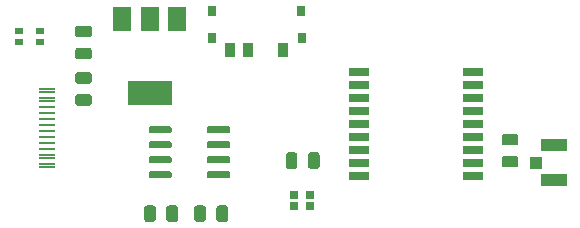
<source format=gbr>
G04 #@! TF.GenerationSoftware,KiCad,Pcbnew,5.1.5*
G04 #@! TF.CreationDate,2020-01-06T16:37:44-06:00*
G04 #@! TF.ProjectId,ATGM336H,4154474d-3333-4364-982e-6b696361645f,rev?*
G04 #@! TF.SameCoordinates,Original*
G04 #@! TF.FileFunction,Paste,Top*
G04 #@! TF.FilePolarity,Positive*
%FSLAX46Y46*%
G04 Gerber Fmt 4.6, Leading zero omitted, Abs format (unit mm)*
G04 Created by KiCad (PCBNEW 5.1.5) date 2020-01-06 16:37:44*
%MOMM*%
%LPD*%
G04 APERTURE LIST*
%ADD10C,0.100000*%
%ADD11R,0.800000X0.900000*%
%ADD12R,0.900000X1.250000*%
%ADD13R,0.800000X0.500000*%
%ADD14R,0.700000X0.640000*%
%ADD15R,3.800000X2.000000*%
%ADD16R,1.500000X2.000000*%
%ADD17R,1.800000X0.800000*%
%ADD18R,2.200000X1.050000*%
%ADD19R,1.050000X1.000000*%
%ADD20R,1.400000X0.250000*%
G04 APERTURE END LIST*
D10*
G36*
X115980142Y-56576174D02*
G01*
X116003803Y-56579684D01*
X116027007Y-56585496D01*
X116049529Y-56593554D01*
X116071153Y-56603782D01*
X116091670Y-56616079D01*
X116110883Y-56630329D01*
X116128607Y-56646393D01*
X116144671Y-56664117D01*
X116158921Y-56683330D01*
X116171218Y-56703847D01*
X116181446Y-56725471D01*
X116189504Y-56747993D01*
X116195316Y-56771197D01*
X116198826Y-56794858D01*
X116200000Y-56818750D01*
X116200000Y-57306250D01*
X116198826Y-57330142D01*
X116195316Y-57353803D01*
X116189504Y-57377007D01*
X116181446Y-57399529D01*
X116171218Y-57421153D01*
X116158921Y-57441670D01*
X116144671Y-57460883D01*
X116128607Y-57478607D01*
X116110883Y-57494671D01*
X116091670Y-57508921D01*
X116071153Y-57521218D01*
X116049529Y-57531446D01*
X116027007Y-57539504D01*
X116003803Y-57545316D01*
X115980142Y-57548826D01*
X115956250Y-57550000D01*
X115043750Y-57550000D01*
X115019858Y-57548826D01*
X114996197Y-57545316D01*
X114972993Y-57539504D01*
X114950471Y-57531446D01*
X114928847Y-57521218D01*
X114908330Y-57508921D01*
X114889117Y-57494671D01*
X114871393Y-57478607D01*
X114855329Y-57460883D01*
X114841079Y-57441670D01*
X114828782Y-57421153D01*
X114818554Y-57399529D01*
X114810496Y-57377007D01*
X114804684Y-57353803D01*
X114801174Y-57330142D01*
X114800000Y-57306250D01*
X114800000Y-56818750D01*
X114801174Y-56794858D01*
X114804684Y-56771197D01*
X114810496Y-56747993D01*
X114818554Y-56725471D01*
X114828782Y-56703847D01*
X114841079Y-56683330D01*
X114855329Y-56664117D01*
X114871393Y-56646393D01*
X114889117Y-56630329D01*
X114908330Y-56616079D01*
X114928847Y-56603782D01*
X114950471Y-56593554D01*
X114972993Y-56585496D01*
X114996197Y-56579684D01*
X115019858Y-56576174D01*
X115043750Y-56575000D01*
X115956250Y-56575000D01*
X115980142Y-56576174D01*
G37*
G36*
X115980142Y-58451174D02*
G01*
X116003803Y-58454684D01*
X116027007Y-58460496D01*
X116049529Y-58468554D01*
X116071153Y-58478782D01*
X116091670Y-58491079D01*
X116110883Y-58505329D01*
X116128607Y-58521393D01*
X116144671Y-58539117D01*
X116158921Y-58558330D01*
X116171218Y-58578847D01*
X116181446Y-58600471D01*
X116189504Y-58622993D01*
X116195316Y-58646197D01*
X116198826Y-58669858D01*
X116200000Y-58693750D01*
X116200000Y-59181250D01*
X116198826Y-59205142D01*
X116195316Y-59228803D01*
X116189504Y-59252007D01*
X116181446Y-59274529D01*
X116171218Y-59296153D01*
X116158921Y-59316670D01*
X116144671Y-59335883D01*
X116128607Y-59353607D01*
X116110883Y-59369671D01*
X116091670Y-59383921D01*
X116071153Y-59396218D01*
X116049529Y-59406446D01*
X116027007Y-59414504D01*
X116003803Y-59420316D01*
X115980142Y-59423826D01*
X115956250Y-59425000D01*
X115043750Y-59425000D01*
X115019858Y-59423826D01*
X114996197Y-59420316D01*
X114972993Y-59414504D01*
X114950471Y-59406446D01*
X114928847Y-59396218D01*
X114908330Y-59383921D01*
X114889117Y-59369671D01*
X114871393Y-59353607D01*
X114855329Y-59335883D01*
X114841079Y-59316670D01*
X114828782Y-59296153D01*
X114818554Y-59274529D01*
X114810496Y-59252007D01*
X114804684Y-59228803D01*
X114801174Y-59205142D01*
X114800000Y-59181250D01*
X114800000Y-58693750D01*
X114801174Y-58669858D01*
X114804684Y-58646197D01*
X114810496Y-58622993D01*
X114818554Y-58600471D01*
X114828782Y-58578847D01*
X114841079Y-58558330D01*
X114855329Y-58539117D01*
X114871393Y-58521393D01*
X114889117Y-58505329D01*
X114908330Y-58491079D01*
X114928847Y-58478782D01*
X114950471Y-58468554D01*
X114972993Y-58460496D01*
X114996197Y-58454684D01*
X115019858Y-58451174D01*
X115043750Y-58450000D01*
X115956250Y-58450000D01*
X115980142Y-58451174D01*
G37*
G36*
X115980142Y-62388674D02*
G01*
X116003803Y-62392184D01*
X116027007Y-62397996D01*
X116049529Y-62406054D01*
X116071153Y-62416282D01*
X116091670Y-62428579D01*
X116110883Y-62442829D01*
X116128607Y-62458893D01*
X116144671Y-62476617D01*
X116158921Y-62495830D01*
X116171218Y-62516347D01*
X116181446Y-62537971D01*
X116189504Y-62560493D01*
X116195316Y-62583697D01*
X116198826Y-62607358D01*
X116200000Y-62631250D01*
X116200000Y-63118750D01*
X116198826Y-63142642D01*
X116195316Y-63166303D01*
X116189504Y-63189507D01*
X116181446Y-63212029D01*
X116171218Y-63233653D01*
X116158921Y-63254170D01*
X116144671Y-63273383D01*
X116128607Y-63291107D01*
X116110883Y-63307171D01*
X116091670Y-63321421D01*
X116071153Y-63333718D01*
X116049529Y-63343946D01*
X116027007Y-63352004D01*
X116003803Y-63357816D01*
X115980142Y-63361326D01*
X115956250Y-63362500D01*
X115043750Y-63362500D01*
X115019858Y-63361326D01*
X114996197Y-63357816D01*
X114972993Y-63352004D01*
X114950471Y-63343946D01*
X114928847Y-63333718D01*
X114908330Y-63321421D01*
X114889117Y-63307171D01*
X114871393Y-63291107D01*
X114855329Y-63273383D01*
X114841079Y-63254170D01*
X114828782Y-63233653D01*
X114818554Y-63212029D01*
X114810496Y-63189507D01*
X114804684Y-63166303D01*
X114801174Y-63142642D01*
X114800000Y-63118750D01*
X114800000Y-62631250D01*
X114801174Y-62607358D01*
X114804684Y-62583697D01*
X114810496Y-62560493D01*
X114818554Y-62537971D01*
X114828782Y-62516347D01*
X114841079Y-62495830D01*
X114855329Y-62476617D01*
X114871393Y-62458893D01*
X114889117Y-62442829D01*
X114908330Y-62428579D01*
X114928847Y-62416282D01*
X114950471Y-62406054D01*
X114972993Y-62397996D01*
X114996197Y-62392184D01*
X115019858Y-62388674D01*
X115043750Y-62387500D01*
X115956250Y-62387500D01*
X115980142Y-62388674D01*
G37*
G36*
X115980142Y-60513674D02*
G01*
X116003803Y-60517184D01*
X116027007Y-60522996D01*
X116049529Y-60531054D01*
X116071153Y-60541282D01*
X116091670Y-60553579D01*
X116110883Y-60567829D01*
X116128607Y-60583893D01*
X116144671Y-60601617D01*
X116158921Y-60620830D01*
X116171218Y-60641347D01*
X116181446Y-60662971D01*
X116189504Y-60685493D01*
X116195316Y-60708697D01*
X116198826Y-60732358D01*
X116200000Y-60756250D01*
X116200000Y-61243750D01*
X116198826Y-61267642D01*
X116195316Y-61291303D01*
X116189504Y-61314507D01*
X116181446Y-61337029D01*
X116171218Y-61358653D01*
X116158921Y-61379170D01*
X116144671Y-61398383D01*
X116128607Y-61416107D01*
X116110883Y-61432171D01*
X116091670Y-61446421D01*
X116071153Y-61458718D01*
X116049529Y-61468946D01*
X116027007Y-61477004D01*
X116003803Y-61482816D01*
X115980142Y-61486326D01*
X115956250Y-61487500D01*
X115043750Y-61487500D01*
X115019858Y-61486326D01*
X114996197Y-61482816D01*
X114972993Y-61477004D01*
X114950471Y-61468946D01*
X114928847Y-61458718D01*
X114908330Y-61446421D01*
X114889117Y-61432171D01*
X114871393Y-61416107D01*
X114855329Y-61398383D01*
X114841079Y-61379170D01*
X114828782Y-61358653D01*
X114818554Y-61337029D01*
X114810496Y-61314507D01*
X114804684Y-61291303D01*
X114801174Y-61267642D01*
X114800000Y-61243750D01*
X114800000Y-60756250D01*
X114801174Y-60732358D01*
X114804684Y-60708697D01*
X114810496Y-60685493D01*
X114818554Y-60662971D01*
X114828782Y-60641347D01*
X114841079Y-60620830D01*
X114855329Y-60601617D01*
X114871393Y-60583893D01*
X114889117Y-60567829D01*
X114908330Y-60553579D01*
X114928847Y-60541282D01*
X114950471Y-60531054D01*
X114972993Y-60522996D01*
X114996197Y-60517184D01*
X115019858Y-60513674D01*
X115043750Y-60512500D01*
X115956250Y-60512500D01*
X115980142Y-60513674D01*
G37*
G36*
X121392642Y-71801174D02*
G01*
X121416303Y-71804684D01*
X121439507Y-71810496D01*
X121462029Y-71818554D01*
X121483653Y-71828782D01*
X121504170Y-71841079D01*
X121523383Y-71855329D01*
X121541107Y-71871393D01*
X121557171Y-71889117D01*
X121571421Y-71908330D01*
X121583718Y-71928847D01*
X121593946Y-71950471D01*
X121602004Y-71972993D01*
X121607816Y-71996197D01*
X121611326Y-72019858D01*
X121612500Y-72043750D01*
X121612500Y-72956250D01*
X121611326Y-72980142D01*
X121607816Y-73003803D01*
X121602004Y-73027007D01*
X121593946Y-73049529D01*
X121583718Y-73071153D01*
X121571421Y-73091670D01*
X121557171Y-73110883D01*
X121541107Y-73128607D01*
X121523383Y-73144671D01*
X121504170Y-73158921D01*
X121483653Y-73171218D01*
X121462029Y-73181446D01*
X121439507Y-73189504D01*
X121416303Y-73195316D01*
X121392642Y-73198826D01*
X121368750Y-73200000D01*
X120881250Y-73200000D01*
X120857358Y-73198826D01*
X120833697Y-73195316D01*
X120810493Y-73189504D01*
X120787971Y-73181446D01*
X120766347Y-73171218D01*
X120745830Y-73158921D01*
X120726617Y-73144671D01*
X120708893Y-73128607D01*
X120692829Y-73110883D01*
X120678579Y-73091670D01*
X120666282Y-73071153D01*
X120656054Y-73049529D01*
X120647996Y-73027007D01*
X120642184Y-73003803D01*
X120638674Y-72980142D01*
X120637500Y-72956250D01*
X120637500Y-72043750D01*
X120638674Y-72019858D01*
X120642184Y-71996197D01*
X120647996Y-71972993D01*
X120656054Y-71950471D01*
X120666282Y-71928847D01*
X120678579Y-71908330D01*
X120692829Y-71889117D01*
X120708893Y-71871393D01*
X120726617Y-71855329D01*
X120745830Y-71841079D01*
X120766347Y-71828782D01*
X120787971Y-71818554D01*
X120810493Y-71810496D01*
X120833697Y-71804684D01*
X120857358Y-71801174D01*
X120881250Y-71800000D01*
X121368750Y-71800000D01*
X121392642Y-71801174D01*
G37*
G36*
X123267642Y-71801174D02*
G01*
X123291303Y-71804684D01*
X123314507Y-71810496D01*
X123337029Y-71818554D01*
X123358653Y-71828782D01*
X123379170Y-71841079D01*
X123398383Y-71855329D01*
X123416107Y-71871393D01*
X123432171Y-71889117D01*
X123446421Y-71908330D01*
X123458718Y-71928847D01*
X123468946Y-71950471D01*
X123477004Y-71972993D01*
X123482816Y-71996197D01*
X123486326Y-72019858D01*
X123487500Y-72043750D01*
X123487500Y-72956250D01*
X123486326Y-72980142D01*
X123482816Y-73003803D01*
X123477004Y-73027007D01*
X123468946Y-73049529D01*
X123458718Y-73071153D01*
X123446421Y-73091670D01*
X123432171Y-73110883D01*
X123416107Y-73128607D01*
X123398383Y-73144671D01*
X123379170Y-73158921D01*
X123358653Y-73171218D01*
X123337029Y-73181446D01*
X123314507Y-73189504D01*
X123291303Y-73195316D01*
X123267642Y-73198826D01*
X123243750Y-73200000D01*
X122756250Y-73200000D01*
X122732358Y-73198826D01*
X122708697Y-73195316D01*
X122685493Y-73189504D01*
X122662971Y-73181446D01*
X122641347Y-73171218D01*
X122620830Y-73158921D01*
X122601617Y-73144671D01*
X122583893Y-73128607D01*
X122567829Y-73110883D01*
X122553579Y-73091670D01*
X122541282Y-73071153D01*
X122531054Y-73049529D01*
X122522996Y-73027007D01*
X122517184Y-73003803D01*
X122513674Y-72980142D01*
X122512500Y-72956250D01*
X122512500Y-72043750D01*
X122513674Y-72019858D01*
X122517184Y-71996197D01*
X122522996Y-71972993D01*
X122531054Y-71950471D01*
X122541282Y-71928847D01*
X122553579Y-71908330D01*
X122567829Y-71889117D01*
X122583893Y-71871393D01*
X122601617Y-71855329D01*
X122620830Y-71841079D01*
X122641347Y-71828782D01*
X122662971Y-71818554D01*
X122685493Y-71810496D01*
X122708697Y-71804684D01*
X122732358Y-71801174D01*
X122756250Y-71800000D01*
X123243750Y-71800000D01*
X123267642Y-71801174D01*
G37*
G36*
X127505142Y-71801174D02*
G01*
X127528803Y-71804684D01*
X127552007Y-71810496D01*
X127574529Y-71818554D01*
X127596153Y-71828782D01*
X127616670Y-71841079D01*
X127635883Y-71855329D01*
X127653607Y-71871393D01*
X127669671Y-71889117D01*
X127683921Y-71908330D01*
X127696218Y-71928847D01*
X127706446Y-71950471D01*
X127714504Y-71972993D01*
X127720316Y-71996197D01*
X127723826Y-72019858D01*
X127725000Y-72043750D01*
X127725000Y-72956250D01*
X127723826Y-72980142D01*
X127720316Y-73003803D01*
X127714504Y-73027007D01*
X127706446Y-73049529D01*
X127696218Y-73071153D01*
X127683921Y-73091670D01*
X127669671Y-73110883D01*
X127653607Y-73128607D01*
X127635883Y-73144671D01*
X127616670Y-73158921D01*
X127596153Y-73171218D01*
X127574529Y-73181446D01*
X127552007Y-73189504D01*
X127528803Y-73195316D01*
X127505142Y-73198826D01*
X127481250Y-73200000D01*
X126993750Y-73200000D01*
X126969858Y-73198826D01*
X126946197Y-73195316D01*
X126922993Y-73189504D01*
X126900471Y-73181446D01*
X126878847Y-73171218D01*
X126858330Y-73158921D01*
X126839117Y-73144671D01*
X126821393Y-73128607D01*
X126805329Y-73110883D01*
X126791079Y-73091670D01*
X126778782Y-73071153D01*
X126768554Y-73049529D01*
X126760496Y-73027007D01*
X126754684Y-73003803D01*
X126751174Y-72980142D01*
X126750000Y-72956250D01*
X126750000Y-72043750D01*
X126751174Y-72019858D01*
X126754684Y-71996197D01*
X126760496Y-71972993D01*
X126768554Y-71950471D01*
X126778782Y-71928847D01*
X126791079Y-71908330D01*
X126805329Y-71889117D01*
X126821393Y-71871393D01*
X126839117Y-71855329D01*
X126858330Y-71841079D01*
X126878847Y-71828782D01*
X126900471Y-71818554D01*
X126922993Y-71810496D01*
X126946197Y-71804684D01*
X126969858Y-71801174D01*
X126993750Y-71800000D01*
X127481250Y-71800000D01*
X127505142Y-71801174D01*
G37*
G36*
X125630142Y-71801174D02*
G01*
X125653803Y-71804684D01*
X125677007Y-71810496D01*
X125699529Y-71818554D01*
X125721153Y-71828782D01*
X125741670Y-71841079D01*
X125760883Y-71855329D01*
X125778607Y-71871393D01*
X125794671Y-71889117D01*
X125808921Y-71908330D01*
X125821218Y-71928847D01*
X125831446Y-71950471D01*
X125839504Y-71972993D01*
X125845316Y-71996197D01*
X125848826Y-72019858D01*
X125850000Y-72043750D01*
X125850000Y-72956250D01*
X125848826Y-72980142D01*
X125845316Y-73003803D01*
X125839504Y-73027007D01*
X125831446Y-73049529D01*
X125821218Y-73071153D01*
X125808921Y-73091670D01*
X125794671Y-73110883D01*
X125778607Y-73128607D01*
X125760883Y-73144671D01*
X125741670Y-73158921D01*
X125721153Y-73171218D01*
X125699529Y-73181446D01*
X125677007Y-73189504D01*
X125653803Y-73195316D01*
X125630142Y-73198826D01*
X125606250Y-73200000D01*
X125118750Y-73200000D01*
X125094858Y-73198826D01*
X125071197Y-73195316D01*
X125047993Y-73189504D01*
X125025471Y-73181446D01*
X125003847Y-73171218D01*
X124983330Y-73158921D01*
X124964117Y-73144671D01*
X124946393Y-73128607D01*
X124930329Y-73110883D01*
X124916079Y-73091670D01*
X124903782Y-73071153D01*
X124893554Y-73049529D01*
X124885496Y-73027007D01*
X124879684Y-73003803D01*
X124876174Y-72980142D01*
X124875000Y-72956250D01*
X124875000Y-72043750D01*
X124876174Y-72019858D01*
X124879684Y-71996197D01*
X124885496Y-71972993D01*
X124893554Y-71950471D01*
X124903782Y-71928847D01*
X124916079Y-71908330D01*
X124930329Y-71889117D01*
X124946393Y-71871393D01*
X124964117Y-71855329D01*
X124983330Y-71841079D01*
X125003847Y-71828782D01*
X125025471Y-71818554D01*
X125047993Y-71810496D01*
X125071197Y-71804684D01*
X125094858Y-71801174D01*
X125118750Y-71800000D01*
X125606250Y-71800000D01*
X125630142Y-71801174D01*
G37*
G36*
X135267642Y-67301174D02*
G01*
X135291303Y-67304684D01*
X135314507Y-67310496D01*
X135337029Y-67318554D01*
X135358653Y-67328782D01*
X135379170Y-67341079D01*
X135398383Y-67355329D01*
X135416107Y-67371393D01*
X135432171Y-67389117D01*
X135446421Y-67408330D01*
X135458718Y-67428847D01*
X135468946Y-67450471D01*
X135477004Y-67472993D01*
X135482816Y-67496197D01*
X135486326Y-67519858D01*
X135487500Y-67543750D01*
X135487500Y-68456250D01*
X135486326Y-68480142D01*
X135482816Y-68503803D01*
X135477004Y-68527007D01*
X135468946Y-68549529D01*
X135458718Y-68571153D01*
X135446421Y-68591670D01*
X135432171Y-68610883D01*
X135416107Y-68628607D01*
X135398383Y-68644671D01*
X135379170Y-68658921D01*
X135358653Y-68671218D01*
X135337029Y-68681446D01*
X135314507Y-68689504D01*
X135291303Y-68695316D01*
X135267642Y-68698826D01*
X135243750Y-68700000D01*
X134756250Y-68700000D01*
X134732358Y-68698826D01*
X134708697Y-68695316D01*
X134685493Y-68689504D01*
X134662971Y-68681446D01*
X134641347Y-68671218D01*
X134620830Y-68658921D01*
X134601617Y-68644671D01*
X134583893Y-68628607D01*
X134567829Y-68610883D01*
X134553579Y-68591670D01*
X134541282Y-68571153D01*
X134531054Y-68549529D01*
X134522996Y-68527007D01*
X134517184Y-68503803D01*
X134513674Y-68480142D01*
X134512500Y-68456250D01*
X134512500Y-67543750D01*
X134513674Y-67519858D01*
X134517184Y-67496197D01*
X134522996Y-67472993D01*
X134531054Y-67450471D01*
X134541282Y-67428847D01*
X134553579Y-67408330D01*
X134567829Y-67389117D01*
X134583893Y-67371393D01*
X134601617Y-67355329D01*
X134620830Y-67341079D01*
X134641347Y-67328782D01*
X134662971Y-67318554D01*
X134685493Y-67310496D01*
X134708697Y-67304684D01*
X134732358Y-67301174D01*
X134756250Y-67300000D01*
X135243750Y-67300000D01*
X135267642Y-67301174D01*
G37*
G36*
X133392642Y-67301174D02*
G01*
X133416303Y-67304684D01*
X133439507Y-67310496D01*
X133462029Y-67318554D01*
X133483653Y-67328782D01*
X133504170Y-67341079D01*
X133523383Y-67355329D01*
X133541107Y-67371393D01*
X133557171Y-67389117D01*
X133571421Y-67408330D01*
X133583718Y-67428847D01*
X133593946Y-67450471D01*
X133602004Y-67472993D01*
X133607816Y-67496197D01*
X133611326Y-67519858D01*
X133612500Y-67543750D01*
X133612500Y-68456250D01*
X133611326Y-68480142D01*
X133607816Y-68503803D01*
X133602004Y-68527007D01*
X133593946Y-68549529D01*
X133583718Y-68571153D01*
X133571421Y-68591670D01*
X133557171Y-68610883D01*
X133541107Y-68628607D01*
X133523383Y-68644671D01*
X133504170Y-68658921D01*
X133483653Y-68671218D01*
X133462029Y-68681446D01*
X133439507Y-68689504D01*
X133416303Y-68695316D01*
X133392642Y-68698826D01*
X133368750Y-68700000D01*
X132881250Y-68700000D01*
X132857358Y-68698826D01*
X132833697Y-68695316D01*
X132810493Y-68689504D01*
X132787971Y-68681446D01*
X132766347Y-68671218D01*
X132745830Y-68658921D01*
X132726617Y-68644671D01*
X132708893Y-68628607D01*
X132692829Y-68610883D01*
X132678579Y-68591670D01*
X132666282Y-68571153D01*
X132656054Y-68549529D01*
X132647996Y-68527007D01*
X132642184Y-68503803D01*
X132638674Y-68480142D01*
X132637500Y-68456250D01*
X132637500Y-67543750D01*
X132638674Y-67519858D01*
X132642184Y-67496197D01*
X132647996Y-67472993D01*
X132656054Y-67450471D01*
X132666282Y-67428847D01*
X132678579Y-67408330D01*
X132692829Y-67389117D01*
X132708893Y-67371393D01*
X132726617Y-67355329D01*
X132745830Y-67341079D01*
X132766347Y-67328782D01*
X132787971Y-67318554D01*
X132810493Y-67310496D01*
X132833697Y-67304684D01*
X132857358Y-67301174D01*
X132881250Y-67300000D01*
X133368750Y-67300000D01*
X133392642Y-67301174D01*
G37*
G36*
X152080142Y-65738674D02*
G01*
X152103803Y-65742184D01*
X152127007Y-65747996D01*
X152149529Y-65756054D01*
X152171153Y-65766282D01*
X152191670Y-65778579D01*
X152210883Y-65792829D01*
X152228607Y-65808893D01*
X152244671Y-65826617D01*
X152258921Y-65845830D01*
X152271218Y-65866347D01*
X152281446Y-65887971D01*
X152289504Y-65910493D01*
X152295316Y-65933697D01*
X152298826Y-65957358D01*
X152300000Y-65981250D01*
X152300000Y-66468750D01*
X152298826Y-66492642D01*
X152295316Y-66516303D01*
X152289504Y-66539507D01*
X152281446Y-66562029D01*
X152271218Y-66583653D01*
X152258921Y-66604170D01*
X152244671Y-66623383D01*
X152228607Y-66641107D01*
X152210883Y-66657171D01*
X152191670Y-66671421D01*
X152171153Y-66683718D01*
X152149529Y-66693946D01*
X152127007Y-66702004D01*
X152103803Y-66707816D01*
X152080142Y-66711326D01*
X152056250Y-66712500D01*
X151143750Y-66712500D01*
X151119858Y-66711326D01*
X151096197Y-66707816D01*
X151072993Y-66702004D01*
X151050471Y-66693946D01*
X151028847Y-66683718D01*
X151008330Y-66671421D01*
X150989117Y-66657171D01*
X150971393Y-66641107D01*
X150955329Y-66623383D01*
X150941079Y-66604170D01*
X150928782Y-66583653D01*
X150918554Y-66562029D01*
X150910496Y-66539507D01*
X150904684Y-66516303D01*
X150901174Y-66492642D01*
X150900000Y-66468750D01*
X150900000Y-65981250D01*
X150901174Y-65957358D01*
X150904684Y-65933697D01*
X150910496Y-65910493D01*
X150918554Y-65887971D01*
X150928782Y-65866347D01*
X150941079Y-65845830D01*
X150955329Y-65826617D01*
X150971393Y-65808893D01*
X150989117Y-65792829D01*
X151008330Y-65778579D01*
X151028847Y-65766282D01*
X151050471Y-65756054D01*
X151072993Y-65747996D01*
X151096197Y-65742184D01*
X151119858Y-65738674D01*
X151143750Y-65737500D01*
X152056250Y-65737500D01*
X152080142Y-65738674D01*
G37*
G36*
X152080142Y-67613674D02*
G01*
X152103803Y-67617184D01*
X152127007Y-67622996D01*
X152149529Y-67631054D01*
X152171153Y-67641282D01*
X152191670Y-67653579D01*
X152210883Y-67667829D01*
X152228607Y-67683893D01*
X152244671Y-67701617D01*
X152258921Y-67720830D01*
X152271218Y-67741347D01*
X152281446Y-67762971D01*
X152289504Y-67785493D01*
X152295316Y-67808697D01*
X152298826Y-67832358D01*
X152300000Y-67856250D01*
X152300000Y-68343750D01*
X152298826Y-68367642D01*
X152295316Y-68391303D01*
X152289504Y-68414507D01*
X152281446Y-68437029D01*
X152271218Y-68458653D01*
X152258921Y-68479170D01*
X152244671Y-68498383D01*
X152228607Y-68516107D01*
X152210883Y-68532171D01*
X152191670Y-68546421D01*
X152171153Y-68558718D01*
X152149529Y-68568946D01*
X152127007Y-68577004D01*
X152103803Y-68582816D01*
X152080142Y-68586326D01*
X152056250Y-68587500D01*
X151143750Y-68587500D01*
X151119858Y-68586326D01*
X151096197Y-68582816D01*
X151072993Y-68577004D01*
X151050471Y-68568946D01*
X151028847Y-68558718D01*
X151008330Y-68546421D01*
X150989117Y-68532171D01*
X150971393Y-68516107D01*
X150955329Y-68498383D01*
X150941079Y-68479170D01*
X150928782Y-68458653D01*
X150918554Y-68437029D01*
X150910496Y-68414507D01*
X150904684Y-68391303D01*
X150901174Y-68367642D01*
X150900000Y-68343750D01*
X150900000Y-67856250D01*
X150901174Y-67832358D01*
X150904684Y-67808697D01*
X150910496Y-67785493D01*
X150918554Y-67762971D01*
X150928782Y-67741347D01*
X150941079Y-67720830D01*
X150955329Y-67701617D01*
X150971393Y-67683893D01*
X150989117Y-67667829D01*
X151008330Y-67653579D01*
X151028847Y-67641282D01*
X151050471Y-67631054D01*
X151072993Y-67622996D01*
X151096197Y-67617184D01*
X151119858Y-67613674D01*
X151143750Y-67612500D01*
X152056250Y-67612500D01*
X152080142Y-67613674D01*
G37*
D11*
X126350000Y-55325000D03*
X133950000Y-55325000D03*
X133960000Y-57625000D03*
X126350000Y-57625000D03*
D12*
X127900000Y-58600000D03*
X129400000Y-58600000D03*
X132400000Y-58600000D03*
D13*
X110000000Y-57000000D03*
X110000000Y-58000000D03*
X111800000Y-58000000D03*
X111800000Y-57000000D03*
D14*
X134700000Y-70930000D03*
X134700000Y-71870000D03*
X133300000Y-71870000D03*
X133300000Y-70930000D03*
D10*
G36*
X122824703Y-65105722D02*
G01*
X122839264Y-65107882D01*
X122853543Y-65111459D01*
X122867403Y-65116418D01*
X122880710Y-65122712D01*
X122893336Y-65130280D01*
X122905159Y-65139048D01*
X122916066Y-65148934D01*
X122925952Y-65159841D01*
X122934720Y-65171664D01*
X122942288Y-65184290D01*
X122948582Y-65197597D01*
X122953541Y-65211457D01*
X122957118Y-65225736D01*
X122959278Y-65240297D01*
X122960000Y-65255000D01*
X122960000Y-65555000D01*
X122959278Y-65569703D01*
X122957118Y-65584264D01*
X122953541Y-65598543D01*
X122948582Y-65612403D01*
X122942288Y-65625710D01*
X122934720Y-65638336D01*
X122925952Y-65650159D01*
X122916066Y-65661066D01*
X122905159Y-65670952D01*
X122893336Y-65679720D01*
X122880710Y-65687288D01*
X122867403Y-65693582D01*
X122853543Y-65698541D01*
X122839264Y-65702118D01*
X122824703Y-65704278D01*
X122810000Y-65705000D01*
X121160000Y-65705000D01*
X121145297Y-65704278D01*
X121130736Y-65702118D01*
X121116457Y-65698541D01*
X121102597Y-65693582D01*
X121089290Y-65687288D01*
X121076664Y-65679720D01*
X121064841Y-65670952D01*
X121053934Y-65661066D01*
X121044048Y-65650159D01*
X121035280Y-65638336D01*
X121027712Y-65625710D01*
X121021418Y-65612403D01*
X121016459Y-65598543D01*
X121012882Y-65584264D01*
X121010722Y-65569703D01*
X121010000Y-65555000D01*
X121010000Y-65255000D01*
X121010722Y-65240297D01*
X121012882Y-65225736D01*
X121016459Y-65211457D01*
X121021418Y-65197597D01*
X121027712Y-65184290D01*
X121035280Y-65171664D01*
X121044048Y-65159841D01*
X121053934Y-65148934D01*
X121064841Y-65139048D01*
X121076664Y-65130280D01*
X121089290Y-65122712D01*
X121102597Y-65116418D01*
X121116457Y-65111459D01*
X121130736Y-65107882D01*
X121145297Y-65105722D01*
X121160000Y-65105000D01*
X122810000Y-65105000D01*
X122824703Y-65105722D01*
G37*
G36*
X122824703Y-66375722D02*
G01*
X122839264Y-66377882D01*
X122853543Y-66381459D01*
X122867403Y-66386418D01*
X122880710Y-66392712D01*
X122893336Y-66400280D01*
X122905159Y-66409048D01*
X122916066Y-66418934D01*
X122925952Y-66429841D01*
X122934720Y-66441664D01*
X122942288Y-66454290D01*
X122948582Y-66467597D01*
X122953541Y-66481457D01*
X122957118Y-66495736D01*
X122959278Y-66510297D01*
X122960000Y-66525000D01*
X122960000Y-66825000D01*
X122959278Y-66839703D01*
X122957118Y-66854264D01*
X122953541Y-66868543D01*
X122948582Y-66882403D01*
X122942288Y-66895710D01*
X122934720Y-66908336D01*
X122925952Y-66920159D01*
X122916066Y-66931066D01*
X122905159Y-66940952D01*
X122893336Y-66949720D01*
X122880710Y-66957288D01*
X122867403Y-66963582D01*
X122853543Y-66968541D01*
X122839264Y-66972118D01*
X122824703Y-66974278D01*
X122810000Y-66975000D01*
X121160000Y-66975000D01*
X121145297Y-66974278D01*
X121130736Y-66972118D01*
X121116457Y-66968541D01*
X121102597Y-66963582D01*
X121089290Y-66957288D01*
X121076664Y-66949720D01*
X121064841Y-66940952D01*
X121053934Y-66931066D01*
X121044048Y-66920159D01*
X121035280Y-66908336D01*
X121027712Y-66895710D01*
X121021418Y-66882403D01*
X121016459Y-66868543D01*
X121012882Y-66854264D01*
X121010722Y-66839703D01*
X121010000Y-66825000D01*
X121010000Y-66525000D01*
X121010722Y-66510297D01*
X121012882Y-66495736D01*
X121016459Y-66481457D01*
X121021418Y-66467597D01*
X121027712Y-66454290D01*
X121035280Y-66441664D01*
X121044048Y-66429841D01*
X121053934Y-66418934D01*
X121064841Y-66409048D01*
X121076664Y-66400280D01*
X121089290Y-66392712D01*
X121102597Y-66386418D01*
X121116457Y-66381459D01*
X121130736Y-66377882D01*
X121145297Y-66375722D01*
X121160000Y-66375000D01*
X122810000Y-66375000D01*
X122824703Y-66375722D01*
G37*
G36*
X122824703Y-67645722D02*
G01*
X122839264Y-67647882D01*
X122853543Y-67651459D01*
X122867403Y-67656418D01*
X122880710Y-67662712D01*
X122893336Y-67670280D01*
X122905159Y-67679048D01*
X122916066Y-67688934D01*
X122925952Y-67699841D01*
X122934720Y-67711664D01*
X122942288Y-67724290D01*
X122948582Y-67737597D01*
X122953541Y-67751457D01*
X122957118Y-67765736D01*
X122959278Y-67780297D01*
X122960000Y-67795000D01*
X122960000Y-68095000D01*
X122959278Y-68109703D01*
X122957118Y-68124264D01*
X122953541Y-68138543D01*
X122948582Y-68152403D01*
X122942288Y-68165710D01*
X122934720Y-68178336D01*
X122925952Y-68190159D01*
X122916066Y-68201066D01*
X122905159Y-68210952D01*
X122893336Y-68219720D01*
X122880710Y-68227288D01*
X122867403Y-68233582D01*
X122853543Y-68238541D01*
X122839264Y-68242118D01*
X122824703Y-68244278D01*
X122810000Y-68245000D01*
X121160000Y-68245000D01*
X121145297Y-68244278D01*
X121130736Y-68242118D01*
X121116457Y-68238541D01*
X121102597Y-68233582D01*
X121089290Y-68227288D01*
X121076664Y-68219720D01*
X121064841Y-68210952D01*
X121053934Y-68201066D01*
X121044048Y-68190159D01*
X121035280Y-68178336D01*
X121027712Y-68165710D01*
X121021418Y-68152403D01*
X121016459Y-68138543D01*
X121012882Y-68124264D01*
X121010722Y-68109703D01*
X121010000Y-68095000D01*
X121010000Y-67795000D01*
X121010722Y-67780297D01*
X121012882Y-67765736D01*
X121016459Y-67751457D01*
X121021418Y-67737597D01*
X121027712Y-67724290D01*
X121035280Y-67711664D01*
X121044048Y-67699841D01*
X121053934Y-67688934D01*
X121064841Y-67679048D01*
X121076664Y-67670280D01*
X121089290Y-67662712D01*
X121102597Y-67656418D01*
X121116457Y-67651459D01*
X121130736Y-67647882D01*
X121145297Y-67645722D01*
X121160000Y-67645000D01*
X122810000Y-67645000D01*
X122824703Y-67645722D01*
G37*
G36*
X122824703Y-68915722D02*
G01*
X122839264Y-68917882D01*
X122853543Y-68921459D01*
X122867403Y-68926418D01*
X122880710Y-68932712D01*
X122893336Y-68940280D01*
X122905159Y-68949048D01*
X122916066Y-68958934D01*
X122925952Y-68969841D01*
X122934720Y-68981664D01*
X122942288Y-68994290D01*
X122948582Y-69007597D01*
X122953541Y-69021457D01*
X122957118Y-69035736D01*
X122959278Y-69050297D01*
X122960000Y-69065000D01*
X122960000Y-69365000D01*
X122959278Y-69379703D01*
X122957118Y-69394264D01*
X122953541Y-69408543D01*
X122948582Y-69422403D01*
X122942288Y-69435710D01*
X122934720Y-69448336D01*
X122925952Y-69460159D01*
X122916066Y-69471066D01*
X122905159Y-69480952D01*
X122893336Y-69489720D01*
X122880710Y-69497288D01*
X122867403Y-69503582D01*
X122853543Y-69508541D01*
X122839264Y-69512118D01*
X122824703Y-69514278D01*
X122810000Y-69515000D01*
X121160000Y-69515000D01*
X121145297Y-69514278D01*
X121130736Y-69512118D01*
X121116457Y-69508541D01*
X121102597Y-69503582D01*
X121089290Y-69497288D01*
X121076664Y-69489720D01*
X121064841Y-69480952D01*
X121053934Y-69471066D01*
X121044048Y-69460159D01*
X121035280Y-69448336D01*
X121027712Y-69435710D01*
X121021418Y-69422403D01*
X121016459Y-69408543D01*
X121012882Y-69394264D01*
X121010722Y-69379703D01*
X121010000Y-69365000D01*
X121010000Y-69065000D01*
X121010722Y-69050297D01*
X121012882Y-69035736D01*
X121016459Y-69021457D01*
X121021418Y-69007597D01*
X121027712Y-68994290D01*
X121035280Y-68981664D01*
X121044048Y-68969841D01*
X121053934Y-68958934D01*
X121064841Y-68949048D01*
X121076664Y-68940280D01*
X121089290Y-68932712D01*
X121102597Y-68926418D01*
X121116457Y-68921459D01*
X121130736Y-68917882D01*
X121145297Y-68915722D01*
X121160000Y-68915000D01*
X122810000Y-68915000D01*
X122824703Y-68915722D01*
G37*
G36*
X127774703Y-68915722D02*
G01*
X127789264Y-68917882D01*
X127803543Y-68921459D01*
X127817403Y-68926418D01*
X127830710Y-68932712D01*
X127843336Y-68940280D01*
X127855159Y-68949048D01*
X127866066Y-68958934D01*
X127875952Y-68969841D01*
X127884720Y-68981664D01*
X127892288Y-68994290D01*
X127898582Y-69007597D01*
X127903541Y-69021457D01*
X127907118Y-69035736D01*
X127909278Y-69050297D01*
X127910000Y-69065000D01*
X127910000Y-69365000D01*
X127909278Y-69379703D01*
X127907118Y-69394264D01*
X127903541Y-69408543D01*
X127898582Y-69422403D01*
X127892288Y-69435710D01*
X127884720Y-69448336D01*
X127875952Y-69460159D01*
X127866066Y-69471066D01*
X127855159Y-69480952D01*
X127843336Y-69489720D01*
X127830710Y-69497288D01*
X127817403Y-69503582D01*
X127803543Y-69508541D01*
X127789264Y-69512118D01*
X127774703Y-69514278D01*
X127760000Y-69515000D01*
X126110000Y-69515000D01*
X126095297Y-69514278D01*
X126080736Y-69512118D01*
X126066457Y-69508541D01*
X126052597Y-69503582D01*
X126039290Y-69497288D01*
X126026664Y-69489720D01*
X126014841Y-69480952D01*
X126003934Y-69471066D01*
X125994048Y-69460159D01*
X125985280Y-69448336D01*
X125977712Y-69435710D01*
X125971418Y-69422403D01*
X125966459Y-69408543D01*
X125962882Y-69394264D01*
X125960722Y-69379703D01*
X125960000Y-69365000D01*
X125960000Y-69065000D01*
X125960722Y-69050297D01*
X125962882Y-69035736D01*
X125966459Y-69021457D01*
X125971418Y-69007597D01*
X125977712Y-68994290D01*
X125985280Y-68981664D01*
X125994048Y-68969841D01*
X126003934Y-68958934D01*
X126014841Y-68949048D01*
X126026664Y-68940280D01*
X126039290Y-68932712D01*
X126052597Y-68926418D01*
X126066457Y-68921459D01*
X126080736Y-68917882D01*
X126095297Y-68915722D01*
X126110000Y-68915000D01*
X127760000Y-68915000D01*
X127774703Y-68915722D01*
G37*
G36*
X127774703Y-67645722D02*
G01*
X127789264Y-67647882D01*
X127803543Y-67651459D01*
X127817403Y-67656418D01*
X127830710Y-67662712D01*
X127843336Y-67670280D01*
X127855159Y-67679048D01*
X127866066Y-67688934D01*
X127875952Y-67699841D01*
X127884720Y-67711664D01*
X127892288Y-67724290D01*
X127898582Y-67737597D01*
X127903541Y-67751457D01*
X127907118Y-67765736D01*
X127909278Y-67780297D01*
X127910000Y-67795000D01*
X127910000Y-68095000D01*
X127909278Y-68109703D01*
X127907118Y-68124264D01*
X127903541Y-68138543D01*
X127898582Y-68152403D01*
X127892288Y-68165710D01*
X127884720Y-68178336D01*
X127875952Y-68190159D01*
X127866066Y-68201066D01*
X127855159Y-68210952D01*
X127843336Y-68219720D01*
X127830710Y-68227288D01*
X127817403Y-68233582D01*
X127803543Y-68238541D01*
X127789264Y-68242118D01*
X127774703Y-68244278D01*
X127760000Y-68245000D01*
X126110000Y-68245000D01*
X126095297Y-68244278D01*
X126080736Y-68242118D01*
X126066457Y-68238541D01*
X126052597Y-68233582D01*
X126039290Y-68227288D01*
X126026664Y-68219720D01*
X126014841Y-68210952D01*
X126003934Y-68201066D01*
X125994048Y-68190159D01*
X125985280Y-68178336D01*
X125977712Y-68165710D01*
X125971418Y-68152403D01*
X125966459Y-68138543D01*
X125962882Y-68124264D01*
X125960722Y-68109703D01*
X125960000Y-68095000D01*
X125960000Y-67795000D01*
X125960722Y-67780297D01*
X125962882Y-67765736D01*
X125966459Y-67751457D01*
X125971418Y-67737597D01*
X125977712Y-67724290D01*
X125985280Y-67711664D01*
X125994048Y-67699841D01*
X126003934Y-67688934D01*
X126014841Y-67679048D01*
X126026664Y-67670280D01*
X126039290Y-67662712D01*
X126052597Y-67656418D01*
X126066457Y-67651459D01*
X126080736Y-67647882D01*
X126095297Y-67645722D01*
X126110000Y-67645000D01*
X127760000Y-67645000D01*
X127774703Y-67645722D01*
G37*
G36*
X127774703Y-66375722D02*
G01*
X127789264Y-66377882D01*
X127803543Y-66381459D01*
X127817403Y-66386418D01*
X127830710Y-66392712D01*
X127843336Y-66400280D01*
X127855159Y-66409048D01*
X127866066Y-66418934D01*
X127875952Y-66429841D01*
X127884720Y-66441664D01*
X127892288Y-66454290D01*
X127898582Y-66467597D01*
X127903541Y-66481457D01*
X127907118Y-66495736D01*
X127909278Y-66510297D01*
X127910000Y-66525000D01*
X127910000Y-66825000D01*
X127909278Y-66839703D01*
X127907118Y-66854264D01*
X127903541Y-66868543D01*
X127898582Y-66882403D01*
X127892288Y-66895710D01*
X127884720Y-66908336D01*
X127875952Y-66920159D01*
X127866066Y-66931066D01*
X127855159Y-66940952D01*
X127843336Y-66949720D01*
X127830710Y-66957288D01*
X127817403Y-66963582D01*
X127803543Y-66968541D01*
X127789264Y-66972118D01*
X127774703Y-66974278D01*
X127760000Y-66975000D01*
X126110000Y-66975000D01*
X126095297Y-66974278D01*
X126080736Y-66972118D01*
X126066457Y-66968541D01*
X126052597Y-66963582D01*
X126039290Y-66957288D01*
X126026664Y-66949720D01*
X126014841Y-66940952D01*
X126003934Y-66931066D01*
X125994048Y-66920159D01*
X125985280Y-66908336D01*
X125977712Y-66895710D01*
X125971418Y-66882403D01*
X125966459Y-66868543D01*
X125962882Y-66854264D01*
X125960722Y-66839703D01*
X125960000Y-66825000D01*
X125960000Y-66525000D01*
X125960722Y-66510297D01*
X125962882Y-66495736D01*
X125966459Y-66481457D01*
X125971418Y-66467597D01*
X125977712Y-66454290D01*
X125985280Y-66441664D01*
X125994048Y-66429841D01*
X126003934Y-66418934D01*
X126014841Y-66409048D01*
X126026664Y-66400280D01*
X126039290Y-66392712D01*
X126052597Y-66386418D01*
X126066457Y-66381459D01*
X126080736Y-66377882D01*
X126095297Y-66375722D01*
X126110000Y-66375000D01*
X127760000Y-66375000D01*
X127774703Y-66375722D01*
G37*
G36*
X127774703Y-65105722D02*
G01*
X127789264Y-65107882D01*
X127803543Y-65111459D01*
X127817403Y-65116418D01*
X127830710Y-65122712D01*
X127843336Y-65130280D01*
X127855159Y-65139048D01*
X127866066Y-65148934D01*
X127875952Y-65159841D01*
X127884720Y-65171664D01*
X127892288Y-65184290D01*
X127898582Y-65197597D01*
X127903541Y-65211457D01*
X127907118Y-65225736D01*
X127909278Y-65240297D01*
X127910000Y-65255000D01*
X127910000Y-65555000D01*
X127909278Y-65569703D01*
X127907118Y-65584264D01*
X127903541Y-65598543D01*
X127898582Y-65612403D01*
X127892288Y-65625710D01*
X127884720Y-65638336D01*
X127875952Y-65650159D01*
X127866066Y-65661066D01*
X127855159Y-65670952D01*
X127843336Y-65679720D01*
X127830710Y-65687288D01*
X127817403Y-65693582D01*
X127803543Y-65698541D01*
X127789264Y-65702118D01*
X127774703Y-65704278D01*
X127760000Y-65705000D01*
X126110000Y-65705000D01*
X126095297Y-65704278D01*
X126080736Y-65702118D01*
X126066457Y-65698541D01*
X126052597Y-65693582D01*
X126039290Y-65687288D01*
X126026664Y-65679720D01*
X126014841Y-65670952D01*
X126003934Y-65661066D01*
X125994048Y-65650159D01*
X125985280Y-65638336D01*
X125977712Y-65625710D01*
X125971418Y-65612403D01*
X125966459Y-65598543D01*
X125962882Y-65584264D01*
X125960722Y-65569703D01*
X125960000Y-65555000D01*
X125960000Y-65255000D01*
X125960722Y-65240297D01*
X125962882Y-65225736D01*
X125966459Y-65211457D01*
X125971418Y-65197597D01*
X125977712Y-65184290D01*
X125985280Y-65171664D01*
X125994048Y-65159841D01*
X126003934Y-65148934D01*
X126014841Y-65139048D01*
X126026664Y-65130280D01*
X126039290Y-65122712D01*
X126052597Y-65116418D01*
X126066457Y-65111459D01*
X126080736Y-65107882D01*
X126095297Y-65105722D01*
X126110000Y-65105000D01*
X127760000Y-65105000D01*
X127774703Y-65105722D01*
G37*
D15*
X121100000Y-62300000D03*
D16*
X121100000Y-56000000D03*
X118800000Y-56000000D03*
X123400000Y-56000000D03*
D17*
X138800000Y-68200000D03*
X148500000Y-68200000D03*
X148500000Y-67100000D03*
X138800000Y-67100000D03*
X148500000Y-66000000D03*
X138800000Y-64900000D03*
X138800000Y-66000000D03*
X148500000Y-64900000D03*
X138800000Y-60500000D03*
X148500000Y-63800000D03*
X138800000Y-62700000D03*
X138800000Y-63800000D03*
X148500000Y-60500000D03*
X138800000Y-61600000D03*
X148500000Y-62700000D03*
X148500000Y-61600000D03*
X148500000Y-69300000D03*
X138800000Y-69300000D03*
D18*
X155302500Y-66725000D03*
X155302500Y-69675000D03*
D19*
X153800000Y-68200000D03*
D20*
X112450000Y-65500000D03*
X112450000Y-65000000D03*
X112450000Y-64500000D03*
X112450000Y-66000000D03*
X112450000Y-66500000D03*
X112450000Y-64000000D03*
X112450000Y-67000000D03*
X112450000Y-63500000D03*
X112450000Y-61925000D03*
X112450000Y-62175000D03*
X112450000Y-62725000D03*
X112450000Y-62975000D03*
X112450000Y-67525000D03*
X112450000Y-67775000D03*
X112450000Y-68325000D03*
X112450000Y-68575000D03*
M02*

</source>
